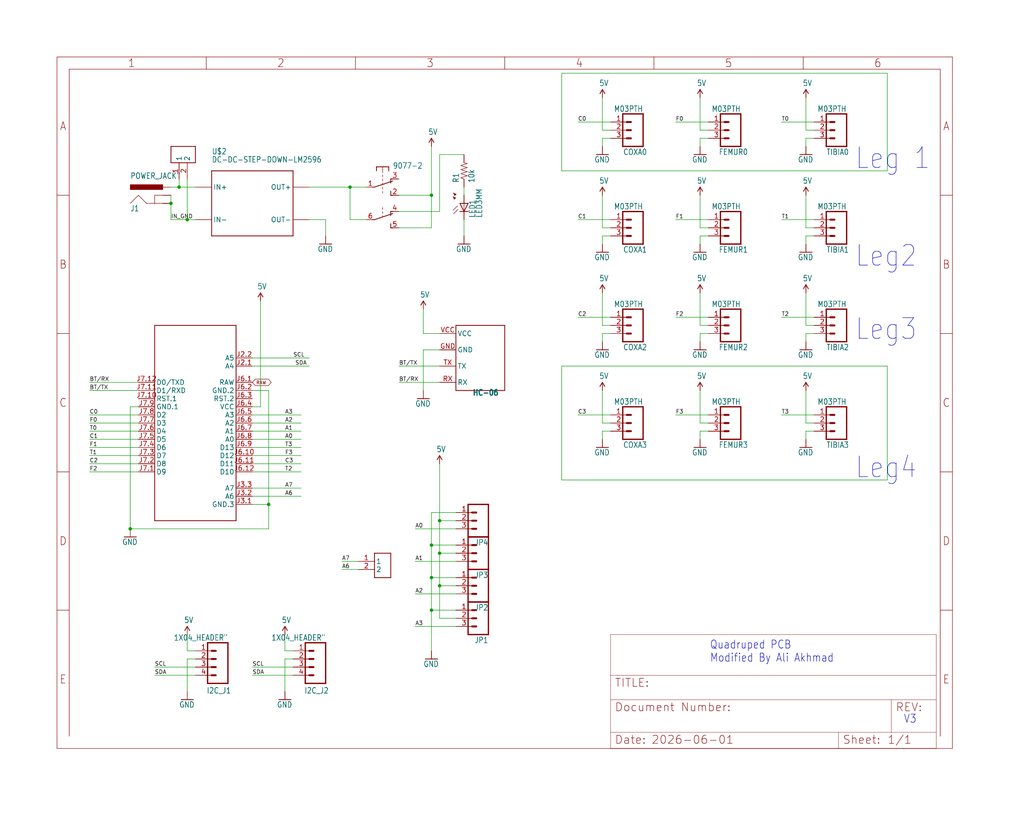
<source format=kicad_sch>
(kicad_sch (version 20250114) (generator "eeschema") (generator_version "9.0")
  (paper "User" 319.507 254.127)
  (lib_symbols
    (symbol "Quadruped-eagle-import:1X02_HEADER"
      (symbol "1X02_HEADER_1_0"
        (polyline (pts (xy -2.54 5.08) (xy 2.54 5.08)) (stroke (width 0.254)))
        (polyline (pts (xy -2.54 -2.54) (xy -2.54 5.08)) (stroke (width 0.254)))
        (polyline (pts (xy 2.54 5.08) (xy 2.54 -2.54)) (stroke (width 0.254)))
        (polyline (pts (xy 2.54 -2.54) (xy -2.54 -2.54)) (stroke (width 0.254)))
        (pin bidirectional line (at -7.62 2.54 0) (length 5.08) (name "1") (number "1"))
        (pin bidirectional line (at -7.62 0 0) (length 5.08) (name "2") (number "2"))
      )
    )
    (symbol "Quadruped-eagle-import:1X04_HEADER{dblquote}"
      (property "Reference" "JP" (at -5.08 8.382 0))
      (symbol "1X04_HEADER{dblquote}_1_0"
        (polyline (pts (xy -5.08 7.62) (xy -5.08 -5.08)) (stroke (width 0.4064)))
        (polyline (pts (xy -5.08 7.62) (xy 1.27 7.62)) (stroke (width 0.4064)))
        (polyline (pts (xy -1.27 5.08) (xy 0 5.08)) (stroke (width 0.6096)))
        (polyline (pts (xy -1.27 2.54) (xy 0 2.54)) (stroke (width 0.6096)))
        (polyline (pts (xy -1.27 0) (xy 0 0)) (stroke (width 0.6096)))
        (polyline (pts (xy -1.27 -2.54) (xy 0 -2.54)) (stroke (width 0.6096)))
        (polyline (pts (xy 1.27 -5.08) (xy -5.08 -5.08)) (stroke (width 0.4064)))
        (polyline (pts (xy 1.27 -5.08) (xy 1.27 7.62)) (stroke (width 0.4064)))
        (pin passive line (at 5.08 5.08 180) (length 5.08) (name "4") (number "4"))
        (pin passive line (at 5.08 2.54 180) (length 5.08) (name "3") (number "3"))
        (pin passive line (at 5.08 0 180) (length 5.08) (name "2") (number "2"))
        (pin passive line (at 5.08 -2.54 180) (length 5.08) (name "1") (number "1"))
      )
    )
    (symbol "Quadruped-eagle-import:5V" (power)
      (symbol "5V_1_0"
        (polyline (pts (xy 0 2.54) (xy -0.762 1.27)) (stroke (width 0.254)))
        (polyline (pts (xy 0.762 1.27) (xy 0 2.54)) (stroke (width 0.254)))
        (pin power_in line (at 0 0 90) (length 2.54) (name "5V") (number "1"))
      )
    )
    (symbol "Quadruped-eagle-import:9077-2"
      (symbol "9077-2_1_0"
        (polyline (pts (xy -6.35 1.905) (xy -6.35 0)) (stroke (width 0.254)))
        (polyline (pts (xy -6.35 1.905) (xy -5.08 1.905)) (stroke (width 0.254)))
        (polyline (pts (xy -6.35 0) (xy -6.35 -1.905)) (stroke (width 0.254)))
        (polyline (pts (xy -6.35 0) (xy -4.445 0)) (stroke (width 0.1524)))
        (polyline (pts (xy -6.35 -1.905) (xy -5.08 -1.905)) (stroke (width 0.254)))
        (polyline (pts (xy -3.175 0) (xy -3.81 0)) (stroke (width 0.1524)))
        (polyline (pts (xy -2.54 2.54) (xy -2.54 3.175)) (stroke (width 0.254)))
        (polyline (pts (xy -2.54 2.54) (xy -1.27 2.54)) (stroke (width 0.254)))
        (polyline (pts (xy -1.905 0) (xy -2.54 0)) (stroke (width 0.1524)))
        (polyline (pts (xy -0.635 0) (xy -1.27 0)) (stroke (width 0.1524)))
        (polyline (pts (xy 0 -2.54) (xy -1.905 3.175)) (stroke (width 0.254)))
        (polyline (pts (xy 0 -3.175) (xy 0 -2.54)) (stroke (width 0.254)))
        (polyline (pts (xy 0.635 0) (xy 0 0)) (stroke (width 0.1524)))
        (polyline (pts (xy 1.27 2.54) (xy 2.54 2.54)) (stroke (width 0.254)))
        (polyline (pts (xy 1.905 0) (xy 1.27 0)) (stroke (width 0.1524)))
        (polyline (pts (xy 2.54 2.54) (xy 2.54 3.175)) (stroke (width 0.254)))
        (pin passive line (at -2.54 5.08 270) (length 2.54) (name "O") (number "3"))
        (pin passive line (at 0 -5.08 90) (length 2.54) (name "P") (number "1"))
        (pin passive line (at 2.54 5.08 270) (length 2.54) (name "S") (number "2"))
      )
      (symbol "9077-2_2_0"
        (polyline (pts (xy -3.175 0) (xy -3.81 0)) (stroke (width 0.1524)))
        (polyline (pts (xy -2.54 2.54) (xy -2.54 3.175)) (stroke (width 0.254)))
        (polyline (pts (xy -2.54 2.54) (xy -1.27 2.54)) (stroke (width 0.254)))
        (polyline (pts (xy -1.905 0) (xy -2.54 0)) (stroke (width 0.1524)))
        (polyline (pts (xy -0.889 0) (xy -1.27 0)) (stroke (width 0.1524)))
        (polyline (pts (xy 0 -2.54) (xy -1.905 3.175)) (stroke (width 0.254)))
        (polyline (pts (xy 0 -3.175) (xy 0 -2.54)) (stroke (width 0.254)))
        (polyline (pts (xy 1.27 2.54) (xy 2.54 2.54)) (stroke (width 0.254)))
        (polyline (pts (xy 2.54 2.54) (xy 2.54 3.175)) (stroke (width 0.254)))
        (pin passive line (at -2.54 5.08 270) (length 2.54) (name "O") (number "4"))
        (pin passive line (at 0 -5.08 90) (length 2.54) (name "P") (number "6"))
        (pin passive line (at 2.54 5.08 270) (length 2.54) (name "S") (number "5"))
      )
    )
    (symbol "Quadruped-eagle-import:ARDUINO-PRO-MINI-"
      (property "Reference" "M" (at 15.24 27.94 0))
      (symbol "ARDUINO-PRO-MINI-_1_0"
        (polyline (pts (xy -12.7 30.48) (xy 12.7 30.48)) (stroke (width 0.254)))
        (polyline (pts (xy -12.7 -30.48) (xy -12.7 30.48)) (stroke (width 0.254)))
        (polyline (pts (xy 12.7 30.48) (xy 12.7 -30.48)) (stroke (width 0.254)))
        (polyline (pts (xy 12.7 -30.48) (xy -12.7 -30.48)) (stroke (width 0.254)))
        (pin bidirectional line (at -17.78 12.7 0) (length 5.08) (name "D0/TXD") (number "J7.12"))
        (pin bidirectional line (at -17.78 10.16 0) (length 5.08) (name "D1/RXD") (number "J7.11"))
        (pin bidirectional line (at -17.78 7.62 0) (length 5.08) (name "RST.1") (number "J7.10"))
        (pin power_in line (at -17.78 5.08 0) (length 5.08) (name "GND.1") (number "J7.9"))
        (pin bidirectional line (at -17.78 2.54 0) (length 5.08) (name "D2") (number "J7.8"))
        (pin bidirectional line (at -17.78 0 0) (length 5.08) (name "D3") (number "J7.7"))
        (pin bidirectional line (at -17.78 -2.54 0) (length 5.08) (name "D4") (number "J7.6"))
        (pin bidirectional line (at -17.78 -5.08 0) (length 5.08) (name "D5") (number "J7.5"))
        (pin bidirectional line (at -17.78 -7.62 0) (length 5.08) (name "D6") (number "J7.4"))
        (pin bidirectional line (at -17.78 -10.16 0) (length 5.08) (name "D7") (number "J7.3"))
        (pin bidirectional line (at -17.78 -12.7 0) (length 5.08) (name "D8") (number "J7.2"))
        (pin bidirectional line (at -17.78 -15.24 0) (length 5.08) (name "D9") (number "J7.1"))
        (pin bidirectional line (at 17.78 20.32 180) (length 5.08) (name "A5") (number "J2.2"))
        (pin bidirectional line (at 17.78 17.78 180) (length 5.08) (name "A4") (number "J2.1"))
        (pin power_in line (at 17.78 12.7 180) (length 5.08) (name "RAW") (number "J6.1"))
        (pin power_in line (at 17.78 10.16 180) (length 5.08) (name "GND.2") (number "J6.2"))
        (pin bidirectional line (at 17.78 7.62 180) (length 5.08) (name "RST.2") (number "J6.3"))
        (pin power_in line (at 17.78 5.08 180) (length 5.08) (name "VCC") (number "J6.4"))
        (pin bidirectional line (at 17.78 2.54 180) (length 5.08) (name "A3") (number "J6.5"))
        (pin bidirectional line (at 17.78 0 180) (length 5.08) (name "A2") (number "J6.6"))
        (pin bidirectional line (at 17.78 -2.54 180) (length 5.08) (name "A1") (number "J6.7"))
        (pin bidirectional line (at 17.78 -5.08 180) (length 5.08) (name "A0") (number "J6.8"))
        (pin bidirectional line (at 17.78 -7.62 180) (length 5.08) (name "D13") (number "J6.9"))
        (pin bidirectional line (at 17.78 -10.16 180) (length 5.08) (name "D12") (number "J6.10"))
        (pin bidirectional line (at 17.78 -12.7 180) (length 5.08) (name "D11") (number "J6.11"))
        (pin bidirectional line (at 17.78 -15.24 180) (length 5.08) (name "D10") (number "J6.12"))
        (pin bidirectional line (at 17.78 -20.32 180) (length 5.08) (name "A7") (number "J3.3"))
        (pin bidirectional line (at 17.78 -22.86 180) (length 5.08) (name "A6") (number "J3.2"))
        (pin bidirectional line (at 17.78 -25.4 180) (length 5.08) (name "GND.3") (number "J3.1"))
      )
    )
    (symbol "Quadruped-eagle-import:BLUETOOTH_BOARDSTANDING"
      (property "Reference" "J_BT_BOARD_" (at -7.62 10.922 0))
      (symbol "BLUETOOTH_BOARDSTANDING_1_0"
        (polyline (pts (xy -7.62 10.16) (xy -7.62 -10.16)) (stroke (width 0.254)))
        (polyline (pts (xy -7.62 -10.16) (xy 7.62 -10.16)) (stroke (width 0.254)))
        (polyline (pts (xy 7.62 10.16) (xy -7.62 10.16)) (stroke (width 0.254)))
        (polyline (pts (xy 7.62 -10.16) (xy 7.62 10.16)) (stroke (width 0.254)))
        (pin bidirectional line (at -12.7 7.62 0) (length 5.08) (name "VCC") (number "VCC"))
        (pin bidirectional line (at -12.7 2.54 0) (length 5.08) (name "GND") (number "GND"))
        (pin bidirectional line (at -12.7 -2.54 0) (length 5.08) (name "TX") (number "TX"))
        (pin bidirectional line (at -12.7 -7.62 0) (length 5.08) (name "RX") (number "RX"))
      )
    )
    (symbol "Quadruped-eagle-import:DC-DC-STEP-DOWN-LM2596"
      (symbol "DC-DC-STEP-DOWN-LM2596_1_0"
        (polyline (pts (xy -12.7 10.16) (xy 12.7 10.16)) (stroke (width 0.254)))
        (polyline (pts (xy -12.7 -10.16) (xy -12.7 10.16)) (stroke (width 0.254)))
        (polyline (pts (xy 12.7 10.16) (xy 12.7 -10.16)) (stroke (width 0.254)))
        (polyline (pts (xy 12.7 -10.16) (xy -12.7 -10.16)) (stroke (width 0.254)))
        (pin bidirectional line (at -17.78 5.08 0) (length 5.08) (name "IN+") (number "IN+"))
        (pin bidirectional line (at -17.78 -5.08 0) (length 5.08) (name "IN-") (number "IN-"))
        (pin bidirectional line (at 17.78 5.08 180) (length 5.08) (name "OUT+") (number "OUT+"))
        (pin bidirectional line (at 17.78 -5.08 180) (length 5.08) (name "OUT-") (number "OUT-"))
      )
    )
    (symbol "Quadruped-eagle-import:FRAME_A_L"
      (symbol "FRAME_A_L_1_0"
        (polyline (pts (xy 0 215.9) (xy 279.4 215.9) (xy 279.4 0) (xy 0 0) (xy 0 215.9)))
        (polyline (pts (xy 0 172.72) (xy 3.81 172.72)))
        (polyline (pts (xy 0 129.54) (xy 3.81 129.54)))
        (polyline (pts (xy 0 86.36) (xy 3.81 86.36)))
        (polyline (pts (xy 0 43.18) (xy 3.81 43.18)))
        (polyline (pts (xy 3.81 212.09) (xy 3.81 3.81)))
        (polyline (pts (xy 46.5667 215.9) (xy 46.5667 212.09)))
        (polyline (pts (xy 93.1333 215.9) (xy 93.1333 212.09)))
        (polyline (pts (xy 139.7 215.9) (xy 139.7 212.09)))
        (polyline (pts (xy 186.2667 215.9) (xy 186.2667 212.09)))
        (polyline (pts (xy 232.8333 215.9) (xy 232.8333 212.09)))
        (polyline (pts (xy 275.59 212.09) (xy 3.81 212.09)))
        (polyline (pts (xy 275.59 212.09) (xy 275.59 3.81)))
        (polyline (pts (xy 275.59 172.72) (xy 279.4 172.72)))
        (polyline (pts (xy 275.59 129.54) (xy 279.4 129.54)))
        (polyline (pts (xy 275.59 86.36) (xy 279.4 86.36)))
        (polyline (pts (xy 275.59 43.18) (xy 279.4 43.18)))
        (text "A" (at 1.905 194.31 0) (effects (font (size 2.54 2.286))))
        (text "B" (at 1.905 151.13 0) (effects (font (size 2.54 2.286))))
        (text "C" (at 1.905 107.95 0) (effects (font (size 2.54 2.286))))
        (text "D" (at 1.905 64.77 0) (effects (font (size 2.54 2.286))))
        (text "E" (at 1.905 21.59 0) (effects (font (size 2.54 2.286))))
        (text "1" (at 23.2833 213.995 0) (effects (font (size 2.54 2.286))))
        (text "2" (at 69.85 213.995 0) (effects (font (size 2.54 2.286))))
        (text "3" (at 116.4167 213.995 0) (effects (font (size 2.54 2.286))))
        (text "4" (at 162.9833 213.995 0) (effects (font (size 2.54 2.286))))
        (text "5" (at 209.55 213.995 0) (effects (font (size 2.54 2.286))))
        (text "6" (at 256.1167 213.995 0) (effects (font (size 2.54 2.286))))
        (text "A" (at 277.495 194.31 0) (effects (font (size 2.54 2.286))))
        (text "B" (at 277.495 151.13 0) (effects (font (size 2.54 2.286))))
        (text "C" (at 277.495 107.95 0) (effects (font (size 2.54 2.286))))
        (text "D" (at 277.495 64.77 0) (effects (font (size 2.54 2.286))))
        (text "E" (at 277.495 21.59 0) (effects (font (size 2.54 2.286))))
      )
      (symbol "FRAME_A_L_2_0"
        (polyline (pts (xy 0 22.86) (xy 0 35.56)) (stroke (width 0.1016)))
        (polyline (pts (xy 0 22.86) (xy 101.6 22.86)) (stroke (width 0.1016)))
        (polyline (pts (xy 0 15.24) (xy 0 22.86)) (stroke (width 0.1016)))
        (polyline (pts (xy 0 5.08) (xy 0 15.24)) (stroke (width 0.1016)))
        (polyline (pts (xy 0 5.08) (xy 71.12 5.08)) (stroke (width 0.1016)))
        (polyline (pts (xy 0 0) (xy 0 5.08)) (stroke (width 0.1016)))
        (polyline (pts (xy 0 0) (xy 71.12 0)) (stroke (width 0.1016)))
        (polyline (pts (xy 71.12 5.08) (xy 71.12 0)) (stroke (width 0.1016)))
        (polyline (pts (xy 71.12 5.08) (xy 87.63 5.08)) (stroke (width 0.1016)))
        (polyline (pts (xy 71.12 0) (xy 101.6 0)) (stroke (width 0.1016)))
        (polyline (pts (xy 87.63 15.24) (xy 0 15.24)) (stroke (width 0.1016)))
        (polyline (pts (xy 87.63 15.24) (xy 87.63 5.08)) (stroke (width 0.1016)))
        (polyline (pts (xy 87.63 5.08) (xy 101.6 5.08)) (stroke (width 0.1016)))
        (polyline (pts (xy 101.6 35.56) (xy 0 35.56)) (stroke (width 0.1016)))
        (polyline (pts (xy 101.6 35.56) (xy 101.6 22.86)) (stroke (width 0.1016)))
        (polyline (pts (xy 101.6 22.86) (xy 101.6 15.24)) (stroke (width 0.1016)))
        (polyline (pts (xy 101.6 15.24) (xy 87.63 15.24)) (stroke (width 0.1016)))
        (polyline (pts (xy 101.6 15.24) (xy 101.6 5.08)) (stroke (width 0.1016)))
        (polyline (pts (xy 101.6 5.08) (xy 101.6 0)) (stroke (width 0.1016)))
        (text "TITLE:" (at 1.27 19.05 0) (effects (font (size 2.54 2.54)) (justify left bottom)))
        (text "Document Number:" (at 1.27 11.43 0) (effects (font (size 2.54 2.54)) (justify left bottom)))
        (text "Date:" (at 1.27 1.27 0) (effects (font (size 2.54 2.54)) (justify left bottom)))
        (text "${CURRENT_DATE}" (at 12.7 1.27 0) (effects (font (size 2.54 2.54)) (justify left bottom)))
        (text "${PROJECTNAME}" (at 17.78 19.05 0) (effects (font (size 2.54 2.54)) (justify left bottom)))
        (text "Sheet:" (at 72.39 1.27 0) (effects (font (size 2.54 2.54)) (justify left bottom)))
        (text "${#}/${##}" (at 86.36 1.27 0) (effects (font (size 2.54 2.54)) (justify left bottom)))
        (text "REV:" (at 88.9 11.43 0) (effects (font (size 2.54 2.54)) (justify left bottom)))
      )
    )
    (symbol "Quadruped-eagle-import:GND" (power)
      (symbol "GND_1_0"
        (polyline (pts (xy -1.905 0) (xy 1.905 0)) (stroke (width 0.254)))
        (pin power_in line (at 0 2.54 270) (length 2.54) (name "GND") (number "1"))
      )
    )
    (symbol "Quadruped-eagle-import:LED3MM"
      (property "Reference" "LED" (at 3.556 -4.572 90))
      (symbol "LED3MM_1_0"
        (polyline (pts (xy -3.429 2.159) (xy -3.048 1.27) (xy -2.54 1.778)) (stroke (width 0.1524)) (fill (type outline)))
        (polyline (pts (xy -3.302 3.302) (xy -2.921 2.413) (xy -2.413 2.921)) (stroke (width 0.1524)) (fill (type outline)))
        (polyline (pts (xy -2.032 -0.762) (xy -3.429 -2.159)) (stroke (width 0.1524)))
        (polyline (pts (xy -1.905 -1.905) (xy -3.302 -3.302)) (stroke (width 0.1524)))
        (polyline (pts (xy 0 0) (xy -1.27 0)) (stroke (width 0.254)))
        (polyline (pts (xy 0 0) (xy 0 -2.54)) (stroke (width 0.1524)))
        (polyline (pts (xy 0 -2.54) (xy -1.27 0)) (stroke (width 0.254)))
        (polyline (pts (xy 0 -2.54) (xy -1.27 -2.54)) (stroke (width 0.254)))
        (polyline (pts (xy 1.27 0) (xy 0 0)) (stroke (width 0.254)))
        (polyline (pts (xy 1.27 0) (xy 0 -2.54)) (stroke (width 0.254)))
        (polyline (pts (xy 1.27 -2.54) (xy 0 -2.54)) (stroke (width 0.254)))
        (pin passive line (at 0 2.54 270) (length 2.54) (name "A") (number "A"))
        (pin passive line (at 0 -5.08 90) (length 2.54) (name "C") (number "K"))
      )
    )
    (symbol "Quadruped-eagle-import:M03PTH"
      (property "Reference" "JP" (at -2.54 5.842 0))
      (symbol "M03PTH_1_0"
        (polyline (pts (xy -2.54 5.08) (xy -2.54 -5.08)) (stroke (width 0.4064)))
        (polyline (pts (xy -2.54 5.08) (xy 3.81 5.08)) (stroke (width 0.4064)))
        (polyline (pts (xy 1.27 2.54) (xy 2.54 2.54)) (stroke (width 0.6096)))
        (polyline (pts (xy 1.27 0) (xy 2.54 0)) (stroke (width 0.6096)))
        (polyline (pts (xy 1.27 -2.54) (xy 2.54 -2.54)) (stroke (width 0.6096)))
        (polyline (pts (xy 3.81 -5.08) (xy -2.54 -5.08)) (stroke (width 0.4064)))
        (polyline (pts (xy 3.81 -5.08) (xy 3.81 5.08)) (stroke (width 0.4064)))
        (pin passive line (at 7.62 2.54 180) (length 5.08) (name "3") (number "3"))
        (pin passive line (at 7.62 0 180) (length 5.08) (name "2") (number "2"))
        (pin passive line (at 7.62 -2.54 180) (length 5.08) (name "1") (number "1"))
      )
    )
    (symbol "Quadruped-eagle-import:POWER_JACK{dblquote}"
      (symbol "POWER_JACK{dblquote}_1_0"
        (rectangle (start -10.16 6.858) (end 0 8.382) (fill (type outline)))
        (polyline (pts (xy -10.16 2.54) (xy -7.62 5.08)) (stroke (width 0.1524)))
        (polyline (pts (xy -7.62 5.08) (xy -5.08 2.54)) (stroke (width 0.1524)))
        (polyline (pts (xy -5.08 2.54) (xy -2.54 2.54)) (stroke (width 0.1524)))
        (polyline (pts (xy -2.54 5.08) (xy 0 5.08)) (stroke (width 0.1524)))
        (polyline (pts (xy -2.54 2.54) (xy -2.54 5.08)) (stroke (width 0.1524)))
        (polyline (pts (xy -2.54 2.54) (xy 0 2.54)) (stroke (width 0.1524)))
        (pin bidirectional line (at 2.54 7.62 180) (length 2.54) (name "PWR") (number "PWR"))
        (pin bidirectional line (at 2.54 5.08 180) (length 2.54) (name "GNDBREAK") (number "GNDBREAK"))
        (pin bidirectional line (at 2.54 2.54 180) (length 2.54) (name "GND") (number "GND"))
      )
    )
    (symbol "Quadruped-eagle-import:RESISTORPTH-1/4W"
      (property "Reference" "R" (at -3.81 1.4986 0))
      (symbol "RESISTORPTH-1/4W_1_0"
        (polyline (pts (xy -2.54 0) (xy -2.159 1.016)) (stroke (width 0.1524)))
        (polyline (pts (xy -2.159 1.016) (xy -1.524 -1.016)) (stroke (width 0.1524)))
        (polyline (pts (xy -1.524 -1.016) (xy -0.889 1.016)) (stroke (width 0.1524)))
        (polyline (pts (xy -0.889 1.016) (xy -0.254 -1.016)) (stroke (width 0.1524)))
        (polyline (pts (xy -0.254 -1.016) (xy 0.381 1.016)) (stroke (width 0.1524)))
        (polyline (pts (xy 0.381 1.016) (xy 1.016 -1.016)) (stroke (width 0.1524)))
        (polyline (pts (xy 1.016 -1.016) (xy 1.651 1.016)) (stroke (width 0.1524)))
        (polyline (pts (xy 1.651 1.016) (xy 2.286 -1.016)) (stroke (width 0.1524)))
        (polyline (pts (xy 2.286 -1.016) (xy 2.54 0)) (stroke (width 0.1524)))
        (pin passive line (at -5.08 0 0) (length 2.54) (name "1") (number "P$1"))
        (pin passive line (at 5.08 0 180) (length 2.54) (name "2") (number "P$2"))
      )
    )
  )
  (text "Quadruped PCB\nModified By Ali Akhmad" (at 221.488 207.01 0) (effects (font (size 2.54 2.159)) (justify left bottom)))
  (text "V3" (at 281.94 226.06 0) (effects (font (size 2.54 2.159)) (justify left bottom)))
  (text "Leg4" (at 266.7 149.86 0) (effects (font (size 6.4516 5.4838)) (justify left bottom)))
  (text "Leg2" (at 266.7 83.82 0) (effects (font (size 6.4516 5.4838)) (justify left bottom)))
  (text "Leg3" (at 266.7 106.68 0) (effects (font (size 6.4516 5.4838)) (justify left bottom)))
  (text "Leg 1" (at 266.7 53.34 0) (effects (font (size 6.4516 5.4838)) (justify left bottom)))
  (junction (at 83.82 157.48))
  (junction (at 137.16 172.72))
  (junction (at 58.42 68.58))
  (junction (at 53.34 63.5))
  (junction (at 137.16 182.88))
  (junction (at 134.62 170.18))
  (junction (at 137.16 162.56))
  (junction (at 55.88 58.42))
  (junction (at 134.62 180.34))
  (junction (at 134.62 190.5))
  (junction (at 40.64 165.1))
  (junction (at 134.62 60.96))
  (junction (at 109.22 58.42))
  (wire (pts (xy 78.74 111.76) (xy 96.52 111.76)) (stroke (width 0.1524)))
  (wire (pts (xy 60.96 203.2) (xy 58.42 203.2)) (stroke (width 0.1524)))
  (wire (pts (xy 276.86 114.3) (xy 276.86 149.86)) (stroke (width 0.1524)))
  (wire (pts (xy 142.24 165.1) (xy 129.54 165.1)) (stroke (width 0.1524)))
  (wire (pts (xy 175.26 149.86) (xy 175.26 114.3)) (stroke (width 0.1524)))
  (wire (pts (xy 43.18 142.24) (xy 27.94 142.24)) (stroke (width 0.1524)))
  (wire (pts (xy 175.26 22.86) (xy 175.26 53.34)) (stroke (width 0.1524)))
  (wire (pts (xy 81.28 127) (xy 78.74 127)) (stroke (width 0.1524)))
  (wire (pts (xy 60.96 68.58) (xy 58.42 68.58)) (stroke (width 0.1524)))
  (wire (pts (xy 137.16 109.22) (xy 132.08 109.22)) (stroke (width 0.1524)))
  (wire (pts (xy 254 134.62) (xy 251.46 134.62)) (stroke (width 0.1524)))
  (wire (pts (xy 60.96 210.82) (xy 48.26 210.82)) (stroke (width 0.1524)))
  (wire (pts (xy 58.42 205.74) (xy 58.42 215.9)) (stroke (width 0.1524)))
  (wire (pts (xy 190.5 40.64) (xy 187.96 40.64)) (stroke (width 0.1524)))
  (wire (pts (xy 254 71.12) (xy 251.46 71.12)) (stroke (width 0.1524)))
  (wire (pts (xy 187.96 71.12) (xy 187.96 60.96)) (stroke (width 0.1524)))
  (wire (pts (xy 58.42 68.58) (xy 53.34 68.58)) (stroke (width 0.1524)))
  (wire (pts (xy 175.26 53.34) (xy 276.86 53.34)) (stroke (width 0.1524)))
  (wire (pts (xy 144.78 68.58) (xy 144.78 73.66)) (stroke (width 0.1524)))
  (wire (pts (xy 218.44 73.66) (xy 218.44 76.2)) (stroke (width 0.1524)))
  (wire (pts (xy 218.44 132.08) (xy 218.44 121.92)) (stroke (width 0.1524)))
  (wire (pts (xy 220.98 99.06) (xy 210.82 99.06)) (stroke (width 0.1524)))
  (wire (pts (xy 187.96 134.62) (xy 187.96 137.16)) (stroke (width 0.1524)))
  (wire (pts (xy 254 104.14) (xy 251.46 104.14)) (stroke (width 0.1524)))
  (wire (pts (xy 91.44 210.82) (xy 78.74 210.82)) (stroke (width 0.1524)))
  (wire (pts (xy 276.86 22.86) (xy 175.26 22.86)) (stroke (width 0.1524)))
  (wire (pts (xy 142.24 185.42) (xy 129.54 185.42)) (stroke (width 0.1524)))
  (wire (pts (xy 190.5 38.1) (xy 180.34 38.1)) (stroke (width 0.1524)))
  (wire (pts (xy 114.3 68.58) (xy 109.22 68.58)) (stroke (width 0.1524)))
  (wire (pts (xy 218.44 43.18) (xy 218.44 45.72)) (stroke (width 0.1524)))
  (wire (pts (xy 218.44 40.64) (xy 218.44 30.48)) (stroke (width 0.1524)))
  (wire (pts (xy 111.76 175.26) (xy 106.68 175.26)) (stroke (width 0.1524)))
  (wire (pts (xy 251.46 134.62) (xy 251.46 137.16)) (stroke (width 0.1524)))
  (wire (pts (xy 251.46 101.6) (xy 251.46 91.44)) (stroke (width 0.1524)))
  (wire (pts (xy 109.22 68.58) (xy 109.22 58.42)) (stroke (width 0.1524)))
  (wire (pts (xy 40.64 127) (xy 40.64 165.1)) (stroke (width 0.1524)))
  (wire (pts (xy 53.34 58.42) (xy 55.88 58.42)) (stroke (width 0.1524)))
  (wire (pts (xy 55.88 58.42) (xy 60.96 58.42)) (stroke (width 0.1524)))
  (wire (pts (xy 144.78 58.42) (xy 144.78 60.96)) (stroke (width 0.1524)))
  (wire (pts (xy 218.44 101.6) (xy 218.44 91.44)) (stroke (width 0.1524)))
  (wire (pts (xy 142.24 170.18) (xy 134.62 170.18)) (stroke (width 0.1524)))
  (wire (pts (xy 220.98 68.58) (xy 210.82 68.58)) (stroke (width 0.1524)))
  (wire (pts (xy 187.96 73.66) (xy 187.96 76.2)) (stroke (width 0.1524)))
  (wire (pts (xy 43.18 144.78) (xy 27.94 144.78)) (stroke (width 0.1524)))
  (wire (pts (xy 101.6 68.58) (xy 101.6 73.66)) (stroke (width 0.1524)))
  (wire (pts (xy 134.62 180.34) (xy 134.62 170.18)) (stroke (width 0.1524)))
  (wire (pts (xy 132.08 109.22) (xy 132.08 121.92)) (stroke (width 0.1524)))
  (wire (pts (xy 137.16 114.3) (xy 124.46 114.3)) (stroke (width 0.1524)))
  (wire (pts (xy 220.98 132.08) (xy 218.44 132.08)) (stroke (width 0.1524)))
  (wire (pts (xy 78.74 152.4) (xy 93.98 152.4)) (stroke (width 0.1524)))
  (wire (pts (xy 88.9 203.2) (xy 88.9 198.12)) (stroke (width 0.1524)))
  (wire (pts (xy 137.16 172.72) (xy 137.16 162.56)) (stroke (width 0.1524)))
  (wire (pts (xy 137.16 66.04) (xy 137.16 48.26)) (stroke (width 0.1524)))
  (wire (pts (xy 81.28 93.98) (xy 81.28 127)) (stroke (width 0.1524)))
  (wire (pts (xy 220.98 134.62) (xy 218.44 134.62)) (stroke (width 0.1524)))
  (wire (pts (xy 124.46 60.96) (xy 134.62 60.96)) (stroke (width 0.1524)))
  (wire (pts (xy 27.94 119.38) (xy 43.18 119.38)) (stroke (width 0.1524)))
  (wire (pts (xy 220.98 43.18) (xy 218.44 43.18)) (stroke (width 0.1524)))
  (wire (pts (xy 187.96 40.64) (xy 187.96 30.48)) (stroke (width 0.1524)))
  (wire (pts (xy 190.5 43.18) (xy 187.96 43.18)) (stroke (width 0.1524)))
  (wire (pts (xy 43.18 134.62) (xy 27.94 134.62)) (stroke (width 0.1524)))
  (wire (pts (xy 220.98 101.6) (xy 218.44 101.6)) (stroke (width 0.1524)))
  (wire (pts (xy 190.5 71.12) (xy 187.96 71.12)) (stroke (width 0.1524)))
  (wire (pts (xy 132.08 104.14) (xy 132.08 96.52)) (stroke (width 0.1524)))
  (wire (pts (xy 109.22 58.42) (xy 114.3 58.42)) (stroke (width 0.1524)))
  (wire (pts (xy 254 43.18) (xy 251.46 43.18)) (stroke (width 0.1524)))
  (wire (pts (xy 58.42 55.88) (xy 58.42 68.58)) (stroke (width 0.1524)))
  (wire (pts (xy 78.74 142.24) (xy 93.98 142.24)) (stroke (width 0.1524)))
  (wire (pts (xy 88.9 205.74) (xy 88.9 215.9)) (stroke (width 0.1524)))
  (wire (pts (xy 187.96 132.08) (xy 187.96 121.92)) (stroke (width 0.1524)))
  (wire (pts (xy 111.76 177.8) (xy 106.68 177.8)) (stroke (width 0.1524)))
  (wire (pts (xy 134.62 203.2) (xy 134.62 190.5)) (stroke (width 0.1524)))
  (wire (pts (xy 190.5 129.54) (xy 180.34 129.54)) (stroke (width 0.1524)))
  (wire (pts (xy 91.44 205.74) (xy 88.9 205.74)) (stroke (width 0.1524)))
  (wire (pts (xy 78.74 134.62) (xy 93.98 134.62)) (stroke (width 0.1524)))
  (wire (pts (xy 220.98 129.54) (xy 210.82 129.54)) (stroke (width 0.1524)))
  (wire (pts (xy 78.74 157.48) (xy 83.82 157.48)) (stroke (width 0.1524)))
  (wire (pts (xy 254 129.54) (xy 243.84 129.54)) (stroke (width 0.1524)))
  (wire (pts (xy 137.16 193.04) (xy 137.16 182.88)) (stroke (width 0.1524)))
  (wire (pts (xy 43.18 127) (xy 40.64 127)) (stroke (width 0.1524)))
  (wire (pts (xy 134.62 71.12) (xy 134.62 60.96)) (stroke (width 0.1524)))
  (wire (pts (xy 142.24 190.5) (xy 134.62 190.5)) (stroke (width 0.1524)))
  (wire (pts (xy 251.46 43.18) (xy 251.46 45.72)) (stroke (width 0.1524)))
  (wire (pts (xy 254 38.1) (xy 243.84 38.1)) (stroke (width 0.1524)))
  (wire (pts (xy 276.86 53.34) (xy 276.86 22.86)) (stroke (width 0.1524)))
  (wire (pts (xy 190.5 99.06) (xy 180.34 99.06)) (stroke (width 0.1524)))
  (wire (pts (xy 137.16 48.26) (xy 144.78 48.26)) (stroke (width 0.1524)))
  (wire (pts (xy 142.24 162.56) (xy 137.16 162.56)) (stroke (width 0.1524)))
  (wire (pts (xy 190.5 73.66) (xy 187.96 73.66)) (stroke (width 0.1524)))
  (wire (pts (xy 78.74 139.7) (xy 93.98 139.7)) (stroke (width 0.1524)))
  (wire (pts (xy 218.44 134.62) (xy 218.44 137.16)) (stroke (width 0.1524)))
  (wire (pts (xy 83.82 157.48) (xy 83.82 165.1)) (stroke (width 0.1524)))
  (wire (pts (xy 78.74 121.92) (xy 83.82 121.92)) (stroke (width 0.1524)))
  (wire (pts (xy 218.44 104.14) (xy 218.44 106.68)) (stroke (width 0.1524)))
  (wire (pts (xy 142.24 193.04) (xy 137.16 193.04)) (stroke (width 0.1524)))
  (wire (pts (xy 251.46 71.12) (xy 251.46 60.96)) (stroke (width 0.1524)))
  (wire (pts (xy 134.62 190.5) (xy 134.62 180.34)) (stroke (width 0.1524)))
  (wire (pts (xy 60.96 208.28) (xy 48.26 208.28)) (stroke (width 0.1524)))
  (wire (pts (xy 254 99.06) (xy 243.84 99.06)) (stroke (width 0.1524)))
  (wire (pts (xy 83.82 121.92) (xy 83.82 157.48)) (stroke (width 0.1524)))
  (wire (pts (xy 96.52 58.42) (xy 109.22 58.42)) (stroke (width 0.1524)))
  (wire (pts (xy 43.18 139.7) (xy 27.94 139.7)) (stroke (width 0.1524)))
  (wire (pts (xy 91.44 203.2) (xy 88.9 203.2)) (stroke (width 0.1524)))
  (wire (pts (xy 276.86 149.86) (xy 175.26 149.86)) (stroke (width 0.1524)))
  (wire (pts (xy 190.5 104.14) (xy 187.96 104.14)) (stroke (width 0.1524)))
  (wire (pts (xy 43.18 137.16) (xy 27.94 137.16)) (stroke (width 0.1524)))
  (wire (pts (xy 142.24 175.26) (xy 129.54 175.26)) (stroke (width 0.1524)))
  (wire (pts (xy 190.5 101.6) (xy 187.96 101.6)) (stroke (width 0.1524)))
  (wire (pts (xy 78.74 147.32) (xy 93.98 147.32)) (stroke (width 0.1524)))
  (wire (pts (xy 137.16 119.38) (xy 124.46 119.38)) (stroke (width 0.1524)))
  (wire (pts (xy 220.98 73.66) (xy 218.44 73.66)) (stroke (width 0.1524)))
  (wire (pts (xy 220.98 71.12) (xy 218.44 71.12)) (stroke (width 0.1524)))
  (wire (pts (xy 60.96 205.74) (xy 58.42 205.74)) (stroke (width 0.1524)))
  (wire (pts (xy 134.62 60.96) (xy 134.62 45.72)) (stroke (width 0.1524)))
  (wire (pts (xy 137.16 162.56) (xy 137.16 144.78)) (stroke (width 0.1524)))
  (wire (pts (xy 220.98 104.14) (xy 218.44 104.14)) (stroke (width 0.1524)))
  (wire (pts (xy 137.16 182.88) (xy 137.16 172.72)) (stroke (width 0.1524)))
  (wire (pts (xy 254 68.58) (xy 243.84 68.58)) (stroke (width 0.1524)))
  (wire (pts (xy 254 101.6) (xy 251.46 101.6)) (stroke (width 0.1524)))
  (wire (pts (xy 251.46 40.64) (xy 251.46 30.48)) (stroke (width 0.1524)))
  (wire (pts (xy 43.18 121.92) (xy 27.94 121.92)) (stroke (width 0.1524)))
  (wire (pts (xy 220.98 38.1) (xy 210.82 38.1)) (stroke (width 0.1524)))
  (wire (pts (xy 43.18 147.32) (xy 27.94 147.32)) (stroke (width 0.1524)))
  (wire (pts (xy 78.74 144.78) (xy 93.98 144.78)) (stroke (width 0.1524)))
  (wire (pts (xy 251.46 104.14) (xy 251.46 106.68)) (stroke (width 0.1524)))
  (wire (pts (xy 187.96 43.18) (xy 187.96 45.72)) (stroke (width 0.1524)))
  (wire (pts (xy 83.82 165.1) (xy 40.64 165.1)) (stroke (width 0.1524)))
  (wire (pts (xy 43.18 129.54) (xy 27.94 129.54)) (stroke (width 0.1524)))
  (wire (pts (xy 175.26 114.3) (xy 276.86 114.3)) (stroke (width 0.1524)))
  (wire (pts (xy 53.34 63.5) (xy 53.34 68.58)) (stroke (width 0.1524)))
  (wire (pts (xy 220.98 40.64) (xy 218.44 40.64)) (stroke (width 0.1524)))
  (wire (pts (xy 142.24 195.58) (xy 129.54 195.58)) (stroke (width 0.1524)))
  (wire (pts (xy 251.46 73.66) (xy 251.46 76.2)) (stroke (width 0.1524)))
  (wire (pts (xy 190.5 134.62) (xy 187.96 134.62)) (stroke (width 0.1524)))
  (wire (pts (xy 124.46 71.12) (xy 134.62 71.12)) (stroke (width 0.1524)))
  (wire (pts (xy 218.44 71.12) (xy 218.44 60.96)) (stroke (width 0.1524)))
  (wire (pts (xy 251.46 132.08) (xy 251.46 121.92)) (stroke (width 0.1524)))
  (wire (pts (xy 254 132.08) (xy 251.46 132.08)) (stroke (width 0.1524)))
  (wire (pts (xy 134.62 170.18) (xy 134.62 160.02)) (stroke (width 0.1524)))
  (wire (pts (xy 190.5 132.08) (xy 187.96 132.08)) (stroke (width 0.1524)))
  (wire (pts (xy 78.74 114.3) (xy 96.52 114.3)) (stroke (width 0.1524)))
  (wire (pts (xy 137.16 104.14) (xy 132.08 104.14)) (stroke (width 0.1524)))
  (wire (pts (xy 78.74 154.94) (xy 93.98 154.94)) (stroke (width 0.1524)))
  (wire (pts (xy 124.46 66.04) (xy 137.16 66.04)) (stroke (width 0.1524)))
  (wire (pts (xy 142.24 182.88) (xy 137.16 182.88)) (stroke (width 0.1524)))
  (wire (pts (xy 190.5 68.58) (xy 180.34 68.58)) (stroke (width 0.1524)))
  (wire (pts (xy 78.74 129.54) (xy 93.98 129.54)) (stroke (width 0.1524)))
  (wire (pts (xy 142.24 180.34) (xy 134.62 180.34)) (stroke (width 0.1524)))
  (wire (pts (xy 187.96 104.14) (xy 187.96 106.68)) (stroke (width 0.1524)))
  (wire (pts (xy 53.34 60.96) (xy 53.34 63.5)) (stroke (width 0.1524)))
  (wire (pts (xy 43.18 132.08) (xy 27.94 132.08)) (stroke (width 0.1524)))
  (wire (pts (xy 91.44 208.28) (xy 78.74 208.28)) (stroke (width 0.1524)))
  (wire (pts (xy 58.42 203.2) (xy 58.42 198.12)) (stroke (width 0.1524)))
  (wire (pts (xy 96.52 68.58) (xy 101.6 68.58)) (stroke (width 0.1524)))
  (wire (pts (xy 78.74 132.08) (xy 93.98 132.08)) (stroke (width 0.1524)))
  (wire (pts (xy 142.24 172.72) (xy 137.16 172.72)) (stroke (width 0.1524)))
  (wire (pts (xy 254 40.64) (xy 251.46 40.64)) (stroke (width 0.1524)))
  (wire (pts (xy 78.74 137.16) (xy 93.98 137.16)) (stroke (width 0.1524)))
  (wire (pts (xy 187.96 101.6) (xy 187.96 91.44)) (stroke (width 0.1524)))
  (wire (pts (xy 142.24 160.02) (xy 134.62 160.02)) (stroke (width 0.1524)))
  (wire (pts (xy 254 73.66) (xy 251.46 73.66)) (stroke (width 0.1524)))
  (wire (pts (xy 55.88 55.88) (xy 55.88 58.42)) (stroke (width 0.1524)))
  (label "BT/RX" (at 27.94 119.38 0) (effects (font (size 1.2446 1.2446))))
  (label "F1" (at 210.82 68.58 0) (effects (font (size 1.2446 1.2446))))
  (label "C1" (at 27.94 137.16 0) (effects (font (size 1.2446 1.2446))))
  (label "F3" (at 210.82 129.54 0) (effects (font (size 1.2446 1.2446))))
  (label "C0" (at 27.94 129.54 0) (effects (font (size 1.2446 1.2446))))
  (label "A0" (at 129.54 165.1 0) (effects (font (size 1.2446 1.2446))))
  (label "SDA" (at 92.075 114.3 0) (effects (font (size 1.2446 1.2446))))
  (label "C2" (at 180.34 99.06 0) (effects (font (size 1.2446 1.2446))))
  (label "T1" (at 27.94 142.24 0) (effects (font (size 1.2446 1.2446))))
  (label "A7" (at 106.68 175.26 0) (effects (font (size 1.2446 1.2446))))
  (label "A1" (at 88.9 134.62 0) (effects (font (size 1.2446 1.2446))))
  (label "F0" (at 210.82 38.1 0) (effects (font (size 1.2446 1.2446))))
  (label "C3" (at 88.9 144.78 0) (effects (font (size 1.2446 1.2446))))
  (label "C3" (at 180.34 129.54 0) (effects (font (size 1.2446 1.2446))))
  (label "IN_GND" (at 53.34 68.58 0) (effects (font (size 1.2446 1.2446))))
  (label "T1" (at 243.84 68.58 0) (effects (font (size 1.2446 1.2446))))
  (label "SCL" (at 48.26 208.28 0) (effects (font (size 1.2446 1.2446))))
  (label "F0" (at 27.94 132.08 0) (effects (font (size 1.2446 1.2446))))
  (label "T0" (at 27.94 134.62 0) (effects (font (size 1.2446 1.2446))))
  (label "A3" (at 129.54 195.58 0) (effects (font (size 1.2446 1.2446))))
  (label "F3" (at 88.9 142.24 0) (effects (font (size 1.2446 1.2446))))
  (label "T3" (at 88.9 139.7 0) (effects (font (size 1.2446 1.2446))))
  (label "T2" (at 243.84 99.06 0) (effects (font (size 1.2446 1.2446))))
  (label "T3" (at 243.84 129.54 0) (effects (font (size 1.2446 1.2446))))
  (label "F1" (at 27.94 139.7 0) (effects (font (size 1.2446 1.2446))))
  (label "C0" (at 180.34 38.1 0) (effects (font (size 1.2446 1.2446))))
  (label "C1" (at 180.34 68.58 0) (effects (font (size 1.2446 1.2446))))
  (label "A2" (at 88.9 132.08 0) (effects (font (size 1.2446 1.2446))))
  (label "T0" (at 243.84 38.1 0) (effects (font (size 1.2446 1.2446))))
  (label "SDA" (at 78.74 210.82 0) (effects (font (size 1.2446 1.2446))))
  (label "SCL" (at 78.74 208.28 0) (effects (font (size 1.2446 1.2446))))
  (label "A2" (at 129.54 185.42 0) (effects (font (size 1.2446 1.2446))))
  (label "F2" (at 210.82 99.06 0) (effects (font (size 1.2446 1.2446))))
  (label "BT/TX" (at 27.94 121.92 0) (effects (font (size 1.2446 1.2446))))
  (label "BT/RX" (at 124.46 119.38 0) (effects (font (size 1.2446 1.2446))))
  (label "A6" (at 106.68 177.8 0) (effects (font (size 1.2446 1.2446))))
  (label "A6" (at 88.9 154.94 0) (effects (font (size 1.2446 1.2446))))
  (label "C2" (at 27.94 144.78 0) (effects (font (size 1.2446 1.2446))))
  (label "SCL" (at 91.44 111.76 0) (effects (font (size 1.2446 1.2446))))
  (label "BT/TX" (at 124.46 114.3 0) (effects (font (size 1.2446 1.2446))))
  (label "SDA" (at 48.26 210.82 0) (effects (font (size 1.2446 1.2446))))
  (label "F2" (at 27.94 147.32 0) (effects (font (size 1.2446 1.2446))))
  (label "A3" (at 88.9 129.54 0) (effects (font (size 1.2446 1.2446))))
  (label "A0" (at 88.9 137.16 0) (effects (font (size 1.2446 1.2446))))
  (label "A1" (at 129.54 175.26 0) (effects (font (size 1.2446 1.2446))))
  (label "A7" (at 88.9 152.4 0) (effects (font (size 1.2446 1.2446))))
  (label "T2" (at 88.9 147.32 0) (effects (font (size 1.2446 1.2446))))
  (global_label "RAW" (shape bidirectional) (at 78.74 119.38 0) (effects (font (size 1.016 1.016))) (property "Intersheetrefs" "${INTERSHEET_REFS}" (effects (hide yes))))
  (symbol (lib_id "Quadruped-eagle-import:9077-2") (at 119.38 58.42 270) (unit 1)
    (property "Reference" "S1" (effects (hide yes)))
    (property "Value" "9077-2" (at 122.555 52.705 90) (effects (font (size 1.778 1.5113)) (justify left bottom)))
    (property "Footprint" "Quadruped:9077-2" (effects (hide yes)))
  )
  (symbol (lib_id "Quadruped-eagle-import:5V") (at 218.44 60.96 0) (unit 1)
    (property "Reference" "#SUPPLY10" (effects (hide yes)))
    (property "Value" "5V" (at 217.424 57.404 0) (effects (font (size 1.778 1.5113)) (justify left bottom)))
  )
  (symbol (lib_id "Quadruped-eagle-import:M03PTH") (at 228.6 101.6 180) (unit 1)
    (property "Reference" "FEMUR2" (at 233.426 107.442 0) (effects (font (size 1.778 1.5113)) (justify left bottom)))
    (property "Value" "M03PTH" (at 231.14 93.98 0) (effects (font (size 1.778 1.5113)) (justify left bottom)))
    (property "Footprint" "Quadruped:1X03" (effects (hide yes)))
  )
  (symbol (lib_id "Quadruped-eagle-import:M03PTH") (at 228.6 40.64 180) (unit 1)
    (property "Reference" "FEMUR0" (at 233.426 46.482 0) (effects (font (size 1.778 1.5113)) (justify left bottom)))
    (property "Value" "M03PTH" (at 231.14 33.02 0) (effects (font (size 1.778 1.5113)) (justify left bottom)))
    (property "Footprint" "Quadruped:1X03" (effects (hide yes)))
  )
  (symbol (lib_id "Quadruped-eagle-import:GND") (at 40.64 167.64 0) (unit 1)
    (property "Reference" "#GND1" (effects (hide yes)))
    (property "Value" "GND" (at 38.1 170.18 0) (effects (font (size 1.778 1.5113)) (justify left bottom)))
  )
  (symbol (lib_id "Quadruped-eagle-import:GND") (at 251.46 78.74 0) (unit 1)
    (property "Reference" "#GND12" (effects (hide yes)))
    (property "Value" "GND" (at 248.92 81.28 0) (effects (font (size 1.778 1.5113)) (justify left bottom)))
  )
  (symbol (lib_id "Quadruped-eagle-import:M03PTH") (at 149.86 193.04 180) (unit 1)
    (property "Reference" "JP1" (at 152.4 198.882 0) (effects (font (size 1.778 1.5113)) (justify left bottom)))
    (property "Value" "M03PTH" (effects (hide yes)))
    (property "Footprint" "Quadruped:1X03" (effects (hide yes)))
  )
  (symbol (lib_id "Quadruped-eagle-import:M03PTH") (at 149.86 162.56 180) (unit 1)
    (property "Reference" "JP4" (at 152.4 168.402 0) (effects (font (size 1.778 1.5113)) (justify left bottom)))
    (property "Value" "M03PTH" (effects (hide yes)))
    (property "Footprint" "Quadruped:1X03" (effects (hide yes)))
  )
  (symbol (lib_id "Quadruped-eagle-import:GND") (at 218.44 48.26 0) (unit 1)
    (property "Reference" "#GND8" (effects (hide yes)))
    (property "Value" "GND" (at 215.9 50.8 0) (effects (font (size 1.778 1.5113)) (justify left bottom)))
  )
  (symbol (lib_id "Quadruped-eagle-import:DC-DC-STEP-DOWN-LM2596") (at 78.74 63.5 0) (unit 1)
    (property "Reference" "U$2" (at 66.04 48.26 0) (effects (font (size 1.778 1.5113)) (justify left bottom)))
    (property "Value" "DC-DC-STEP-DOWN-LM2596" (at 66.04 50.8 0) (effects (font (size 1.778 1.5113)) (justify left bottom)))
    (property "Footprint" "Quadruped:DC-DC-STEP-DOWN-LM2596" (effects (hide yes)))
  )
  (symbol (lib_id "Quadruped-eagle-import:GND") (at 187.96 78.74 0) (unit 1)
    (property "Reference" "#GND10" (effects (hide yes)))
    (property "Value" "GND" (at 185.42 81.28 0) (effects (font (size 1.778 1.5113)) (justify left bottom)))
  )
  (symbol (lib_id "Quadruped-eagle-import:5V") (at 58.42 198.12 0) (unit 1)
    (property "Reference" "#SUPPLY5" (effects (hide yes)))
    (property "Value" "5V" (at 57.404 194.564 0) (effects (font (size 1.778 1.5113)) (justify left bottom)))
  )
  (symbol (lib_id "Quadruped-eagle-import:5V") (at 137.16 144.78 0) (unit 1)
    (property "Reference" "#SUPPLY4" (effects (hide yes)))
    (property "Value" "5V" (at 136.144 141.224 0) (effects (font (size 1.778 1.5113)) (justify left bottom)))
  )
  (symbol (lib_id "Quadruped-eagle-import:5V") (at 251.46 121.92 0) (unit 1)
    (property "Reference" "#SUPPLY17" (effects (hide yes)))
    (property "Value" "5V" (at 250.444 118.364 0) (effects (font (size 1.778 1.5113)) (justify left bottom)))
  )
  (symbol (lib_id "Quadruped-eagle-import:GND") (at 251.46 139.7 0) (unit 1)
    (property "Reference" "#GND18" (effects (hide yes)))
    (property "Value" "GND" (at 248.92 142.24 0) (effects (font (size 1.778 1.5113)) (justify left bottom)))
  )
  (symbol (lib_id "Quadruped-eagle-import:M03PTH") (at 261.62 132.08 180) (unit 1)
    (property "Reference" "TIBIA3" (at 264.922 137.922 0) (effects (font (size 1.778 1.5113)) (justify left bottom)))
    (property "Value" "M03PTH" (at 264.16 124.46 0) (effects (font (size 1.778 1.5113)) (justify left bottom)))
    (property "Footprint" "Quadruped:1X03" (effects (hide yes)))
  )
  (symbol (lib_id "Quadruped-eagle-import:1X04_HEADER{dblquote}") (at 66.04 205.74 180) (unit 1)
    (property "Reference" "I2C_J1" (at 72.136 214.63 0) (effects (font (size 1.778 1.5113)) (justify left bottom)))
    (property "Value" "1X04_HEADER{dblquote}" (at 71.12 198.12 0) (effects (font (size 1.778 1.5113)) (justify left bottom)))
    (property "Footprint" "Quadruped:1X04_HEADER" (effects (hide yes)))
  )
  (symbol (lib_id "Quadruped-eagle-import:GND") (at 187.96 139.7 0) (unit 1)
    (property "Reference" "#GND16" (effects (hide yes)))
    (property "Value" "GND" (at 185.42 142.24 0) (effects (font (size 1.778 1.5113)) (justify left bottom)))
  )
  (symbol (lib_id "Quadruped-eagle-import:GND") (at 101.6 76.2 0) (unit 1)
    (property "Reference" "#GND4" (effects (hide yes)))
    (property "Value" "GND" (at 99.06 78.74 0) (effects (font (size 1.778 1.5113)) (justify left bottom)))
  )
  (symbol (lib_id "Quadruped-eagle-import:GND") (at 251.46 48.26 0) (unit 1)
    (property "Reference" "#GND9" (effects (hide yes)))
    (property "Value" "GND" (at 248.92 50.8 0) (effects (font (size 1.778 1.5113)) (justify left bottom)))
  )
  (symbol (lib_id "Quadruped-eagle-import:GND") (at 218.44 109.22 0) (unit 1)
    (property "Reference" "#GND14" (effects (hide yes)))
    (property "Value" "GND" (at 215.9 111.76 0) (effects (font (size 1.778 1.5113)) (justify left bottom)))
  )
  (symbol (lib_id "Quadruped-eagle-import:5V") (at 187.96 121.92 0) (unit 1)
    (property "Reference" "#SUPPLY15" (effects (hide yes)))
    (property "Value" "5V" (at 186.944 118.364 0) (effects (font (size 1.778 1.5113)) (justify left bottom)))
  )
  (symbol (lib_id "Quadruped-eagle-import:GND") (at 187.96 109.22 0) (unit 1)
    (property "Reference" "#GND13" (effects (hide yes)))
    (property "Value" "GND" (at 185.42 111.76 0) (effects (font (size 1.778 1.5113)) (justify left bottom)))
  )
  (symbol (lib_id "Quadruped-eagle-import:GND") (at 187.96 48.26 0) (unit 1)
    (property "Reference" "#GND7" (effects (hide yes)))
    (property "Value" "GND" (at 185.42 50.8 0) (effects (font (size 1.778 1.5113)) (justify left bottom)))
  )
  (symbol (lib_id "Quadruped-eagle-import:5V") (at 251.46 91.44 0) (unit 1)
    (property "Reference" "#SUPPLY14" (effects (hide yes)))
    (property "Value" "5V" (at 250.444 87.884 0) (effects (font (size 1.778 1.5113)) (justify left bottom)))
  )
  (symbol (lib_id "Quadruped-eagle-import:FRAME_A_L") (at 17.78 233.68 0) (unit 1)
    (property "Reference" "#FRAME1" (effects (hide yes)))
    (property "Value" "FRAME_A_L" (effects (hide yes)))
  )
  (symbol (lib_id "Quadruped-eagle-import:M03PTH") (at 198.12 101.6 180) (unit 1)
    (property "Reference" "COXA2" (at 201.93 107.442 0) (effects (font (size 1.778 1.5113)) (justify left bottom)))
    (property "Value" "M03PTH" (at 200.66 93.98 0) (effects (font (size 1.778 1.5113)) (justify left bottom)))
    (property "Footprint" "Quadruped:1X03" (effects (hide yes)))
  )
  (symbol (lib_id "Quadruped-eagle-import:9077-2") (at 119.38 68.58 270) (unit 2)
    (property "Reference" "S1" (effects (hide yes)))
    (property "Value" "9077-2" (effects (hide yes)))
    (property "Footprint" "Quadruped:9077-2" (effects (hide yes)))
  )
  (symbol (lib_id "Quadruped-eagle-import:M03PTH") (at 228.6 71.12 180) (unit 1)
    (property "Reference" "FEMUR1" (at 233.426 76.962 0) (effects (font (size 1.778 1.5113)) (justify left bottom)))
    (property "Value" "M03PTH" (at 231.14 63.5 0) (effects (font (size 1.778 1.5113)) (justify left bottom)))
    (property "Footprint" "Quadruped:1X03" (effects (hide yes)))
  )
  (symbol (lib_id "Quadruped-eagle-import:5V") (at 218.44 30.48 0) (unit 1)
    (property "Reference" "#SUPPLY7" (effects (hide yes)))
    (property "Value" "5V" (at 217.424 26.924 0) (effects (font (size 1.778 1.5113)) (justify left bottom)))
  )
  (symbol (lib_id "Quadruped-eagle-import:M03PTH") (at 261.62 101.6 180) (unit 1)
    (property "Reference" "TIBIA2" (at 264.922 107.442 0) (effects (font (size 1.778 1.5113)) (justify left bottom)))
    (property "Value" "M03PTH" (at 264.16 93.98 0) (effects (font (size 1.778 1.5113)) (justify left bottom)))
    (property "Footprint" "Quadruped:1X03" (effects (hide yes)))
  )
  (symbol (lib_id "Quadruped-eagle-import:M03PTH") (at 149.86 182.88 180) (unit 1)
    (property "Reference" "JP2" (at 152.4 188.722 0) (effects (font (size 1.778 1.5113)) (justify left bottom)))
    (property "Value" "M03PTH" (effects (hide yes)))
    (property "Footprint" "Quadruped:1X03" (effects (hide yes)))
  )
  (symbol (lib_id "Quadruped-eagle-import:ARDUINO-PRO-MINI-") (at 60.96 132.08 0) (unit 1)
    (property "Reference" "M1" (effects (hide yes)))
    (property "Value" "ARDUINO-PRO-MINI-" (effects (hide yes)))
    (property "Footprint" "Quadruped:ARDUINO-PRO-MINI" (effects (hide yes)))
  )
  (symbol (lib_id "Quadruped-eagle-import:M03PTH") (at 198.12 132.08 180) (unit 1)
    (property "Reference" "COXA3" (at 201.93 137.922 0) (effects (font (size 1.778 1.5113)) (justify left bottom)))
    (property "Value" "M03PTH" (at 200.66 124.46 0) (effects (font (size 1.778 1.5113)) (justify left bottom)))
    (property "Footprint" "Quadruped:1X03" (effects (hide yes)))
  )
  (symbol (lib_id "Quadruped-eagle-import:5V") (at 218.44 91.44 0) (unit 1)
    (property "Reference" "#SUPPLY13" (effects (hide yes)))
    (property "Value" "5V" (at 217.424 87.884 0) (effects (font (size 1.778 1.5113)) (justify left bottom)))
  )
  (symbol (lib_id "Quadruped-eagle-import:5V") (at 187.96 91.44 0) (unit 1)
    (property "Reference" "#SUPPLY12" (effects (hide yes)))
    (property "Value" "5V" (at 186.944 87.884 0) (effects (font (size 1.778 1.5113)) (justify left bottom)))
  )
  (symbol (lib_id "Quadruped-eagle-import:GND") (at 88.9 218.44 0) (unit 1)
    (property "Reference" "#GND19" (effects (hide yes)))
    (property "Value" "GND" (at 86.36 220.98 0) (effects (font (size 1.778 1.5113)) (justify left bottom)))
  )
  (symbol (lib_id "Quadruped-eagle-import:M03PTH") (at 198.12 71.12 180) (unit 1)
    (property "Reference" "COXA1" (at 201.93 76.962 0) (effects (font (size 1.778 1.5113)) (justify left bottom)))
    (property "Value" "M03PTH" (at 200.66 63.5 0) (effects (font (size 1.778 1.5113)) (justify left bottom)))
    (property "Footprint" "Quadruped:1X03" (effects (hide yes)))
  )
  (symbol (lib_id "Quadruped-eagle-import:5V") (at 251.46 60.96 0) (unit 1)
    (property "Reference" "#SUPPLY11" (effects (hide yes)))
    (property "Value" "5V" (at 250.444 57.404 0) (effects (font (size 1.778 1.5113)) (justify left bottom)))
  )
  (symbol (lib_id "Quadruped-eagle-import:GND") (at 132.08 124.46 0) (unit 1)
    (property "Reference" "#GND3" (effects (hide yes)))
    (property "Value" "GND" (at 129.54 127 0) (effects (font (size 1.778 1.5113)) (justify left bottom)))
  )
  (symbol (lib_id "Quadruped-eagle-import:BLUETOOTH_BOARDSTANDING") (at 149.86 111.76 0) (unit 1)
    (property "Reference" "HC-06" (at 147.32 123.698 0) (effects (font (size 1.778 1.5113) (thickness 0.3023) (bold yes)) (justify left bottom)))
    (property "Value" "BLUETOOTH_BOARDSTANDING" (effects (hide yes)))
    (property "Footprint" "Quadruped:BT_BOARD_FOOTPRINT_STANDING" (effects (hide yes)))
  )
  (symbol (lib_id "Quadruped-eagle-import:POWER_JACK{dblquote}") (at 50.8 66.04 0) (unit 1)
    (property "Reference" "J1" (at 40.64 66.04 0) (effects (font (size 1.778 1.5113)) (justify left bottom)))
    (property "Value" "POWER_JACK{dblquote}" (at 40.64 55.88 0) (effects (font (size 1.778 1.5113)) (justify left bottom)))
    (property "Footprint" "Quadruped:POWER_JACK" (effects (hide yes)))
  )
  (symbol (lib_id "Quadruped-eagle-import:5V") (at 81.28 93.98 0) (unit 1)
    (property "Reference" "#SUPPLY3" (effects (hide yes)))
    (property "Value" "5V" (at 80.264 90.424 0) (effects (font (size 1.778 1.5113)) (justify left bottom)))
  )
  (symbol (lib_id "Quadruped-eagle-import:RESISTORPTH-1/4W") (at 144.78 53.34 90) (unit 1)
    (property "Reference" "R1" (at 143.2814 57.15 0) (effects (font (size 1.778 1.5113)) (justify left bottom)))
    (property "Value" "10k" (at 148.082 57.15 0) (effects (font (size 1.778 1.5113)) (justify left bottom)))
    (property "Footprint" "Quadruped:AXIAL-0.4" (effects (hide yes)))
  )
  (symbol (lib_id "Quadruped-eagle-import:GND") (at 144.78 76.2 0) (unit 1)
    (property "Reference" "#GND5" (effects (hide yes)))
    (property "Value" "GND" (at 142.24 78.74 0) (effects (font (size 1.778 1.5113)) (justify left bottom)))
  )
  (symbol (lib_id "Quadruped-eagle-import:GND") (at 134.62 205.74 0) (unit 1)
    (property "Reference" "#GND2" (effects (hide yes)))
    (property "Value" "GND" (at 132.08 208.28 0) (effects (font (size 1.778 1.5113)) (justify left bottom)))
  )
  (symbol (lib_id "Quadruped-eagle-import:GND") (at 218.44 139.7 0) (unit 1)
    (property "Reference" "#GND17" (effects (hide yes)))
    (property "Value" "GND" (at 215.9 142.24 0) (effects (font (size 1.778 1.5113)) (justify left bottom)))
  )
  (symbol (lib_id "Quadruped-eagle-import:5V") (at 218.44 121.92 0) (unit 1)
    (property "Reference" "#SUPPLY16" (effects (hide yes)))
    (property "Value" "5V" (at 217.424 118.364 0) (effects (font (size 1.778 1.5113)) (justify left bottom)))
  )
  (symbol (lib_id "Quadruped-eagle-import:GND") (at 251.46 109.22 0) (unit 1)
    (property "Reference" "#GND15" (effects (hide yes)))
    (property "Value" "GND" (at 248.92 111.76 0) (effects (font (size 1.778 1.5113)) (justify left bottom)))
  )
  (symbol (lib_id "Quadruped-eagle-import:1X04_HEADER{dblquote}") (at 96.52 205.74 180) (unit 1)
    (property "Reference" "I2C_J2" (at 102.616 214.63 0) (effects (font (size 1.778 1.5113)) (justify left bottom)))
    (property "Value" "1X04_HEADER{dblquote}" (at 101.6 198.12 0) (effects (font (size 1.778 1.5113)) (justify left bottom)))
    (property "Footprint" "Quadruped:1X04_HEADER" (effects (hide yes)))
  )
  (symbol (lib_id "Quadruped-eagle-import:M03PTH") (at 228.6 132.08 180) (unit 1)
    (property "Reference" "FEMUR3" (at 233.426 137.922 0) (effects (font (size 1.778 1.5113)) (justify left bottom)))
    (property "Value" "M03PTH" (at 231.14 124.46 0) (effects (font (size 1.778 1.5113)) (justify left bottom)))
    (property "Footprint" "Quadruped:1X03" (effects (hide yes)))
  )
  (symbol (lib_id "Quadruped-eagle-import:5V") (at 187.96 30.48 0) (unit 1)
    (property "Reference" "#SUPPLY6" (effects (hide yes)))
    (property "Value" "5V" (at 186.944 26.924 0) (effects (font (size 1.778 1.5113)) (justify left bottom)))
  )
  (symbol (lib_id "Quadruped-eagle-import:5V") (at 134.62 45.72 0) (unit 1)
    (property "Reference" "#SUPPLY1" (effects (hide yes)))
    (property "Value" "5V" (at 133.604 42.164 0) (effects (font (size 1.778 1.5113)) (justify left bottom)))
  )
  (symbol (lib_id "Quadruped-eagle-import:GND") (at 218.44 78.74 0) (unit 1)
    (property "Reference" "#GND11" (effects (hide yes)))
    (property "Value" "GND" (at 215.9 81.28 0) (effects (font (size 1.778 1.5113)) (justify left bottom)))
  )
  (symbol (lib_id "Quadruped-eagle-import:M03PTH") (at 261.62 71.12 180) (unit 1)
    (property "Reference" "TIBIA1" (at 264.922 76.962 0) (effects (font (size 1.778 1.5113)) (justify left bottom)))
    (property "Value" "M03PTH" (at 264.16 63.5 0) (effects (font (size 1.778 1.5113)) (justify left bottom)))
    (property "Footprint" "Quadruped:1X03" (effects (hide yes)))
  )
  (symbol (lib_id "Quadruped-eagle-import:M03PTH") (at 198.12 40.64 180) (unit 1)
    (property "Reference" "COXA0" (at 201.93 46.482 0) (effects (font (size 1.778 1.5113)) (justify left bottom)))
    (property "Value" "M03PTH" (at 200.66 33.02 0) (effects (font (size 1.778 1.5113)) (justify left bottom)))
    (property "Footprint" "Quadruped:1X03" (effects (hide yes)))
  )
  (symbol (lib_id "Quadruped-eagle-import:LED3MM") (at 144.78 63.5 0) (unit 1)
    (property "Reference" "LED1" (at 148.336 68.072 90) (effects (font (size 1.778 1.5113)) (justify left bottom)))
    (property "Value" "LED3MM" (at 150.495 68.072 90) (effects (font (size 1.778 1.5113)) (justify left bottom)))
    (property "Footprint" "Quadruped:LED" (effects (hide yes)))
  )
  (symbol (lib_id "Quadruped-eagle-import:1X02_HEADER") (at 58.42 48.26 90) (unit 1)
    (property "Reference" "U$3" (effects (hide yes)))
    (property "Value" "1X02_HEADER" (effects (hide yes)))
    (property "Footprint" "Quadruped:1X02_HEADER" (effects (hide yes)))
  )
  (symbol (lib_id "Quadruped-eagle-import:M03PTH") (at 149.86 172.72 180) (unit 1)
    (property "Reference" "JP3" (at 152.4 178.562 0) (effects (font (size 1.778 1.5113)) (justify left bottom)))
    (property "Value" "M03PTH" (effects (hide yes)))
    (property "Footprint" "Quadruped:1X03" (effects (hide yes)))
  )
  (symbol (lib_id "Quadruped-eagle-import:5V") (at 132.08 96.52 0) (unit 1)
    (property "Reference" "#SUPPLY2" (effects (hide yes)))
    (property "Value" "5V" (at 131.064 92.964 0) (effects (font (size 1.778 1.5113)) (justify left bottom)))
  )
  (symbol (lib_id "Quadruped-eagle-import:5V") (at 251.46 30.48 0) (unit 1)
    (property "Reference" "#SUPPLY8" (effects (hide yes)))
    (property "Value" "5V" (at 250.444 26.924 0) (effects (font (size 1.778 1.5113)) (justify left bottom)))
  )
  (symbol (lib_id "Quadruped-eagle-import:M03PTH") (at 261.62 40.64 180) (unit 1)
    (property "Reference" "TIBIA0" (at 264.922 46.482 0) (effects (font (size 1.778 1.5113)) (justify left bottom)))
    (property "Value" "M03PTH" (at 264.16 33.02 0) (effects (font (size 1.778 1.5113)) (justify left bottom)))
    (property "Footprint" "Quadruped:1X03" (effects (hide yes)))
  )
  (symbol (lib_id "Quadruped-eagle-import:1X02_HEADER") (at 119.38 177.8 0) (unit 1)
    (property "Reference" "U$1" (effects (hide yes)))
    (property "Value" "1X02_HEADER" (effects (hide yes)))
    (property "Footprint" "Quadruped:1X02_HEADER" (effects (hide yes)))
  )
  (symbol (lib_id "Quadruped-eagle-import:GND") (at 58.42 218.44 0) (unit 1)
    (property "Reference" "#GND6" (effects (hide yes)))
    (property "Value" "GND" (at 55.88 220.98 0) (effects (font (size 1.778 1.5113)) (justify left bottom)))
  )
  (symbol (lib_id "Quadruped-eagle-import:FRAME_A_L") (at 190.5 233.68 0) (unit 2)
    (property "Reference" "#FRAME1" (effects (hide yes)))
    (property "Value" "FRAME_A_L" (effects (hide yes)))
  )
  (symbol (lib_id "Quadruped-eagle-import:5V") (at 88.9 198.12 0) (unit 1)
    (property "Reference" "#SUPPLY18" (effects (hide yes)))
    (property "Value" "5V" (at 87.884 194.564 0) (effects (font (size 1.778 1.5113)) (justify left bottom)))
  )
  (symbol (lib_id "Quadruped-eagle-import:5V") (at 187.96 60.96 0) (unit 1)
    (property "Reference" "#SUPPLY9" (effects (hide yes)))
    (property "Value" "5V" (at 186.944 57.404 0) (effects (font (size 1.778 1.5113)) (justify left bottom)))
  )
)
</source>
